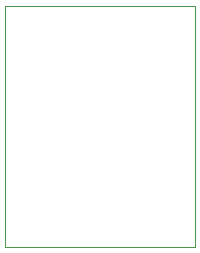
<source format=gbr>
%TF.GenerationSoftware,KiCad,Pcbnew,9.0.0*%
%TF.CreationDate,2025-03-18T12:57:55-04:00*%
%TF.ProjectId,Tarea_1_Modulo_NRF24L01,54617265-615f-4315-9f4d-6f64756c6f5f,rev?*%
%TF.SameCoordinates,Original*%
%TF.FileFunction,Profile,NP*%
%FSLAX46Y46*%
G04 Gerber Fmt 4.6, Leading zero omitted, Abs format (unit mm)*
G04 Created by KiCad (PCBNEW 9.0.0) date 2025-03-18 12:57:55*
%MOMM*%
%LPD*%
G01*
G04 APERTURE LIST*
%TA.AperFunction,Profile*%
%ADD10C,0.050000*%
%TD*%
G04 APERTURE END LIST*
D10*
X131950000Y-49700000D02*
X148025000Y-49700000D01*
X148025000Y-70100000D01*
X131950000Y-70100000D01*
X131950000Y-49700000D01*
M02*

</source>
